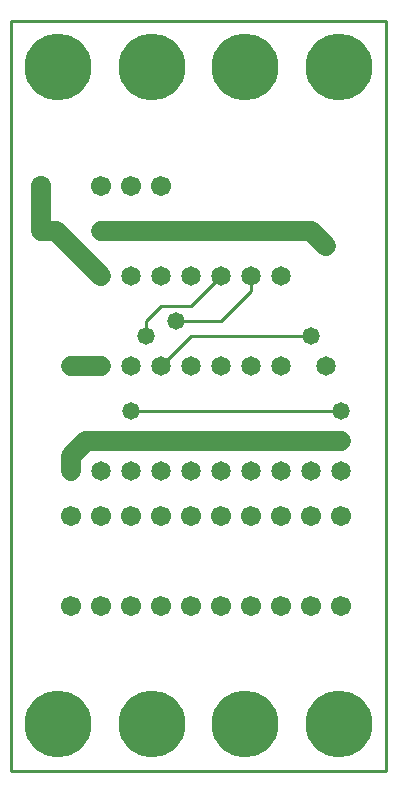
<source format=gbl>
%MOIN*%
%FSLAX25Y25*%
G04 D10 used for Character Trace; *
G04     Circle (OD=.01000) (No hole)*
G04 D11 used for Power Trace; *
G04     Circle (OD=.06700) (No hole)*
G04 D12 used for Signal Trace; *
G04     Circle (OD=.01100) (No hole)*
G04 D13 used for Via; *
G04     Circle (OD=.05800) (Round. Hole ID=.02800)*
G04 D14 used for Component hole; *
G04     Circle (OD=.06500) (Round. Hole ID=.03500)*
G04 D15 used for Component hole; *
G04     Circle (OD=.06700) (Round. Hole ID=.04300)*
G04 D16 used for Component hole; *
G04     Circle (OD=.08100) (Round. Hole ID=.05100)*
G04 D17 used for Component hole; *
G04     Circle (OD=.08900) (Round. Hole ID=.05900)*
G04 D18 used for Component hole; *
G04     Circle (OD=.11300) (Round. Hole ID=.08300)*
G04 D19 used for Component hole; *
G04     Circle (OD=.16000) (Round. Hole ID=.13000)*
G04 D20 used for Component hole; *
G04     Circle (OD=.18300) (Round. Hole ID=.15300)*
G04 D21 used for Component hole; *
G04     Circle (OD=.22291) (Round. Hole ID=.19291)*
%ADD10C,.01000*%
%ADD11C,.06700*%
%ADD12C,.01100*%
%ADD13C,.05800*%
%ADD14C,.06500*%
%ADD15C,.06700*%
%ADD16C,.08100*%
%ADD17C,.08900*%
%ADD18C,.11300*%
%ADD19C,.16000*%
%ADD20C,.18300*%
%ADD21C,.22291*%
%IPPOS*%
%LPD*%
G90*X0Y0D02*D21*X15625Y15625D03*X46875D03*D15*    
X50000Y55000D03*X40000D03*X30000D03*X20000D03*    
X60000D03*X70000D03*D21*X78125Y15625D03*D15*      
X80000Y55000D03*Y85000D03*X70000D03*X60000D03*    
X50000D03*X40000D03*X30000D03*X20000D03*          
X90000Y55000D03*Y85000D03*D14*X100000Y100000D03*  
X90000D03*X80000D03*X70000D03*X60000D03*X50000D03*
X40000D03*X30000D03*X20000D03*D11*Y105000D01*     
X25000Y110000D01*X30000D01*D14*D03*D11*X40000D01* 
D14*D03*D11*X50000D01*D14*D03*D11*X60000D01*D14*  
D03*D11*X70000D01*D14*D03*D11*X80000D01*D14*D03*  
D11*X90000D01*D14*D03*D11*X100000D01*D14*D03*D11* 
X110000D01*D14*D03*D13*Y120000D03*D12*X40000D01*  
D13*D03*D14*X50000Y135000D03*D12*X60000Y145000D01*
X100000D01*D13*D03*D14*X90000Y135000D03*          
X105000D03*X80000Y165000D03*D12*Y160000D01*       
X70000Y150000D01*X55000D01*D13*D03*D12*           
X50000Y155000D02*X60000D01*X45000Y150000D02*      
X50000Y155000D01*X45000Y145000D02*Y150000D01*D13* 
Y145000D03*D14*X40000Y135000D03*X60000D03*D12*    
Y155000D02*X70000Y165000D01*D14*D03*X60000D03*    
X90000D03*X50000D03*D15*X40000Y195000D03*D14*     
Y165000D03*X70000Y135000D03*X80000D03*D11*        
X105000Y175000D02*X100000Y180000D01*D14*          
X105000Y175000D03*D11*X30000Y180000D02*X100000D01*
D14*X30000D03*D15*Y195000D03*D11*Y165000D02*      
X15000Y180000D01*D14*X30000Y165000D03*D11*        
X10000Y180000D02*X15000D01*D14*X10000D03*D11*     
Y195000D01*D15*D03*D21*X46875Y234375D03*X15625D03*
D15*X50000Y195000D03*D12*X0Y0D02*Y250000D01*Y0D02*
X125000D01*Y250000D01*X0D01*D21*X78125Y234375D03* 
X109375D03*D13*X20000Y135000D03*D11*X30000D01*D14*
D03*D15*X100000Y85000D03*X110000Y55000D03*        
Y85000D03*D14*Y100000D03*D15*X100000Y55000D03*D21*
X109375Y15625D03*M02*                             

</source>
